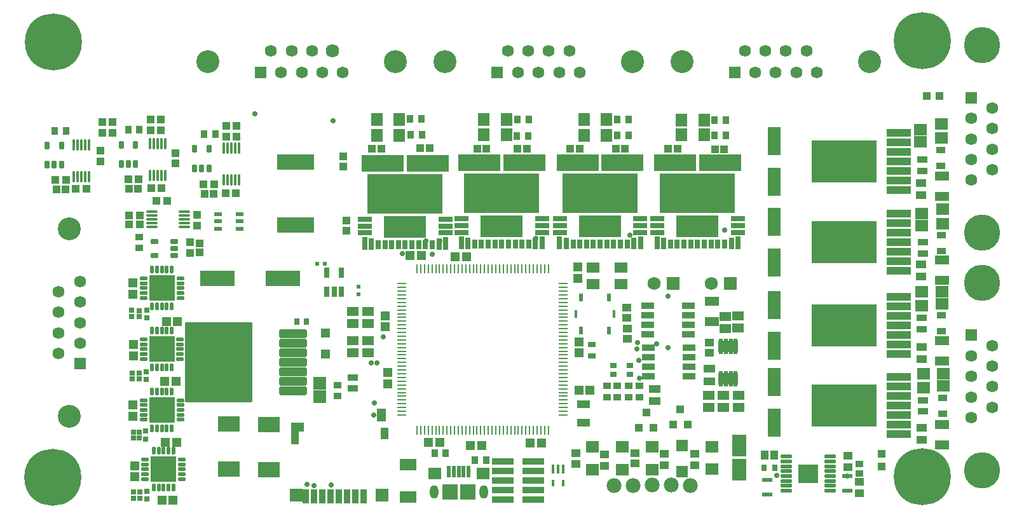
<source format=gts>
G04*
G04 #@! TF.GenerationSoftware,Altium Limited,Altium Designer,21.6.4 (81)*
G04*
G04 Layer_Color=8388736*
%FSLAX25Y25*%
%MOIN*%
G70*
G04*
G04 #@! TF.SameCoordinates,21ADAE42-517F-4329-814C-ACF1F8BA2FEA*
G04*
G04*
G04 #@! TF.FilePolarity,Negative*
G04*
G01*
G75*
G04:AMPARAMS|DCode=22|XSize=59.06mil|YSize=17.72mil|CornerRadius=1.95mil|HoleSize=0mil|Usage=FLASHONLY|Rotation=180.000|XOffset=0mil|YOffset=0mil|HoleType=Round|Shape=RoundedRectangle|*
%AMROUNDEDRECTD22*
21,1,0.05906,0.01382,0,0,180.0*
21,1,0.05516,0.01772,0,0,180.0*
1,1,0.00390,-0.02758,0.00691*
1,1,0.00390,0.02758,0.00691*
1,1,0.00390,0.02758,-0.00691*
1,1,0.00390,-0.02758,-0.00691*
%
%ADD22ROUNDEDRECTD22*%
%ADD23R,0.03937X0.04331*%
%ADD25R,0.05315X0.03740*%
%ADD26R,0.01968X0.01968*%
%ADD33R,0.07087X0.03937*%
%ADD34R,0.03937X0.02953*%
%ADD36R,0.01968X0.01968*%
%ADD41R,0.02559X0.03543*%
%ADD42R,0.05906X0.05906*%
%ADD48R,0.05339X0.02190*%
%ADD49R,0.02985X0.03197*%
%ADD50R,0.03543X0.02953*%
%ADD53R,0.11811X0.07874*%
%ADD56R,0.19685X0.08465*%
%ADD60R,0.04331X0.02362*%
%ADD81R,0.00900X0.04800*%
%ADD82R,0.04800X0.00900*%
%ADD90R,0.04331X0.03937*%
%ADD97R,0.01400X0.03200*%
%ADD98R,0.01400X0.05000*%
%ADD101R,0.04724X0.03543*%
%ADD107R,0.02362X0.03937*%
%ADD108R,0.01772X0.03937*%
%ADD112R,0.06706X0.06312*%
%ADD113R,0.05721X0.03950*%
%ADD114R,0.02769X0.02670*%
%ADD115R,0.06804X0.03359*%
%ADD116R,0.06115X0.04147*%
%ADD117R,0.03950X0.04343*%
%ADD118R,0.18123X0.08280*%
%ADD119R,0.04724X0.04724*%
%ADD120R,0.04343X0.03556*%
%ADD121R,0.04343X0.04737*%
%ADD122R,0.34422X0.21863*%
%ADD123R,0.12847X0.04304*%
%ADD124R,0.04737X0.03950*%
%ADD125R,0.05131X0.04343*%
%ADD126R,0.04343X0.03950*%
%ADD127R,0.03950X0.04343*%
%ADD128R,0.03556X0.04343*%
%ADD129R,0.07493X0.05131*%
%ADD130R,0.03162X0.05328*%
%ADD131R,0.05918X0.04737*%
G04:AMPARAMS|DCode=132|XSize=45.4mil|YSize=145.8mil|CornerRadius=6.06mil|HoleSize=0mil|Usage=FLASHONLY|Rotation=270.000|XOffset=0mil|YOffset=0mil|HoleType=Round|Shape=RoundedRectangle|*
%AMROUNDEDRECTD132*
21,1,0.04540,0.13368,0,0,270.0*
21,1,0.03329,0.14580,0,0,270.0*
1,1,0.01211,-0.06684,-0.01664*
1,1,0.01211,-0.06684,0.01664*
1,1,0.01211,0.06684,0.01664*
1,1,0.01211,0.06684,-0.01664*
%
%ADD132ROUNDEDRECTD132*%
G04:AMPARAMS|DCode=133|XSize=421.39mil|YSize=354.46mil|CornerRadius=5.73mil|HoleSize=0mil|Usage=FLASHONLY|Rotation=270.000|XOffset=0mil|YOffset=0mil|HoleType=Round|Shape=RoundedRectangle|*
%AMROUNDEDRECTD133*
21,1,0.42139,0.34299,0,0,270.0*
21,1,0.40992,0.35446,0,0,270.0*
1,1,0.01147,-0.17150,-0.20496*
1,1,0.01147,-0.17150,0.20496*
1,1,0.01147,0.17150,0.20496*
1,1,0.01147,0.17150,-0.20496*
%
%ADD133ROUNDEDRECTD133*%
%ADD134R,0.13595X0.13595*%
G04:AMPARAMS|DCode=135|XSize=39.89mil|YSize=20.6mil|CornerRadius=5.58mil|HoleSize=0mil|Usage=FLASHONLY|Rotation=0.000|XOffset=0mil|YOffset=0mil|HoleType=Round|Shape=RoundedRectangle|*
%AMROUNDEDRECTD135*
21,1,0.03989,0.00945,0,0,0.0*
21,1,0.02874,0.02060,0,0,0.0*
1,1,0.01115,0.01437,-0.00472*
1,1,0.01115,-0.01437,-0.00472*
1,1,0.01115,-0.01437,0.00472*
1,1,0.01115,0.01437,0.00472*
%
%ADD135ROUNDEDRECTD135*%
G04:AMPARAMS|DCode=136|XSize=39.89mil|YSize=20.6mil|CornerRadius=5.58mil|HoleSize=0mil|Usage=FLASHONLY|Rotation=90.000|XOffset=0mil|YOffset=0mil|HoleType=Round|Shape=RoundedRectangle|*
%AMROUNDEDRECTD136*
21,1,0.03989,0.00945,0,0,90.0*
21,1,0.02874,0.02060,0,0,90.0*
1,1,0.01115,0.00472,0.01437*
1,1,0.01115,0.00472,-0.01437*
1,1,0.01115,-0.00472,-0.01437*
1,1,0.01115,-0.00472,0.01437*
%
%ADD136ROUNDEDRECTD136*%
G04:AMPARAMS|DCode=137|XSize=59.84mil|YSize=12.99mil|CornerRadius=2.36mil|HoleSize=0mil|Usage=FLASHONLY|Rotation=270.000|XOffset=0mil|YOffset=0mil|HoleType=Round|Shape=RoundedRectangle|*
%AMROUNDEDRECTD137*
21,1,0.05984,0.00827,0,0,270.0*
21,1,0.05512,0.01299,0,0,270.0*
1,1,0.00472,-0.00413,-0.02756*
1,1,0.00472,-0.00413,0.02756*
1,1,0.00472,0.00413,0.02756*
1,1,0.00472,0.00413,-0.02756*
%
%ADD137ROUNDEDRECTD137*%
G04:AMPARAMS|DCode=138|XSize=29.65mil|YSize=39.5mil|CornerRadius=5.95mil|HoleSize=0mil|Usage=FLASHONLY|Rotation=180.000|XOffset=0mil|YOffset=0mil|HoleType=Round|Shape=RoundedRectangle|*
%AMROUNDEDRECTD138*
21,1,0.02965,0.02760,0,0,180.0*
21,1,0.01776,0.03950,0,0,180.0*
1,1,0.01190,-0.00888,0.01380*
1,1,0.01190,0.00888,0.01380*
1,1,0.01190,0.00888,-0.01380*
1,1,0.01190,-0.00888,-0.01380*
%
%ADD138ROUNDEDRECTD138*%
G04:AMPARAMS|DCode=139|XSize=59.84mil|YSize=12.99mil|CornerRadius=2.36mil|HoleSize=0mil|Usage=FLASHONLY|Rotation=0.000|XOffset=0mil|YOffset=0mil|HoleType=Round|Shape=RoundedRectangle|*
%AMROUNDEDRECTD139*
21,1,0.05984,0.00827,0,0,0.0*
21,1,0.05512,0.01299,0,0,0.0*
1,1,0.00472,0.02756,-0.00413*
1,1,0.00472,-0.02756,-0.00413*
1,1,0.00472,-0.02756,0.00413*
1,1,0.00472,0.02756,0.00413*
%
%ADD139ROUNDEDRECTD139*%
G04:AMPARAMS|DCode=140|XSize=29.65mil|YSize=39.5mil|CornerRadius=5.95mil|HoleSize=0mil|Usage=FLASHONLY|Rotation=270.000|XOffset=0mil|YOffset=0mil|HoleType=Round|Shape=RoundedRectangle|*
%AMROUNDEDRECTD140*
21,1,0.02965,0.02760,0,0,270.0*
21,1,0.01776,0.03950,0,0,270.0*
1,1,0.01190,-0.01380,-0.00888*
1,1,0.01190,-0.01380,0.00888*
1,1,0.01190,0.01380,0.00888*
1,1,0.01190,0.01380,-0.00888*
%
%ADD140ROUNDEDRECTD140*%
%ADD141R,0.02572X0.02572*%
%ADD142R,0.04737X0.04934*%
%ADD143R,0.04934X0.04737*%
%ADD144R,0.03557X0.07692*%
%ADD145R,0.03561X0.07702*%
%ADD146R,0.03558X0.07696*%
%ADD147R,0.03559X0.07698*%
%ADD148R,0.03560X0.07700*%
%ADD149R,0.03557X0.07692*%
%ADD150R,0.03559X0.07697*%
%ADD151R,0.03560X0.07700*%
%ADD152R,0.06709X0.06709*%
%ADD153R,0.06713X0.06713*%
%ADD154R,0.03952X0.06710*%
%ADD155R,0.03951X0.06314*%
%ADD156R,0.06706X0.04737*%
%ADD157R,0.04742X0.06713*%
%ADD158R,0.02572X0.06509*%
%ADD159R,0.02572X0.05918*%
%ADD160R,0.02572X0.05131*%
%ADD161R,0.22060X0.11233*%
%ADD162R,0.39383X0.20879*%
%ADD163R,0.07493X0.02769*%
%ADD164R,0.22453X0.08674*%
%ADD165R,0.09068X0.06312*%
%ADD166R,0.06902X0.06706*%
%ADD167R,0.07099X0.06312*%
%ADD168R,0.08280X0.08280*%
%ADD169R,0.02375X0.06115*%
%ADD170R,0.07493X0.11824*%
%ADD171R,0.07099X0.14580*%
%ADD172R,0.11784X0.03713*%
%ADD173R,0.04540X0.04147*%
%ADD174R,0.06902X0.06312*%
%ADD175R,0.06509X0.05918*%
%ADD176R,0.06312X0.06706*%
%ADD177R,0.04147X0.04343*%
%ADD178R,0.04540X0.03950*%
%ADD179R,0.04147X0.03556*%
%ADD180O,0.02572X0.08280*%
%ADD181R,0.06693X0.05315*%
%ADD182C,0.07800*%
%ADD183C,0.07060*%
%ADD184C,0.06260*%
%ADD185R,0.06260X0.06260*%
%ADD186C,0.12008*%
%ADD187C,0.29934*%
%ADD188R,0.06260X0.06260*%
%ADD189C,0.02769*%
%ADD190C,0.06265*%
%ADD191R,0.06265X0.06265*%
%ADD192C,0.18996*%
%ADD193O,0.04343X0.07099*%
%ADD194R,0.06902X0.06902*%
%ADD195C,0.06902*%
%ADD196C,0.02787*%
%ADD197C,0.02788*%
%ADD198C,0.05800*%
G36*
X390658Y-3147D02*
Y6145D01*
Y6184D01*
X390688Y6256D01*
X390743Y6312D01*
X390816Y6342D01*
X390855D01*
D01*
X400934D01*
X400973D01*
X401045Y6312D01*
X401101Y6256D01*
X401131Y6184D01*
Y6145D01*
D01*
Y-3147D01*
Y-3186D01*
X401101Y-3258D01*
X401045Y-3313D01*
X400973Y-3343D01*
X400934D01*
D01*
X390855D01*
X390816D01*
X390743Y-3313D01*
X390688Y-3258D01*
X390658Y-3186D01*
Y-3147D01*
D01*
D02*
G37*
D22*
X384477Y-7458D02*
D03*
Y-4899D02*
D03*
Y-2340D02*
D03*
Y220D02*
D03*
Y2779D02*
D03*
Y7897D02*
D03*
Y10456D02*
D03*
X407312Y7897D02*
D03*
Y2779D02*
D03*
Y220D02*
D03*
Y-2340D02*
D03*
Y-4899D02*
D03*
Y-7458D02*
D03*
X384477Y5338D02*
D03*
X407312D02*
D03*
Y10456D02*
D03*
D23*
X434500Y11846D02*
D03*
Y5153D02*
D03*
D25*
X156988Y46140D02*
D03*
Y52046D02*
D03*
X456131Y34176D02*
D03*
Y40082D02*
D03*
X456249Y116972D02*
D03*
Y122877D02*
D03*
X455737Y166105D02*
D03*
Y160200D02*
D03*
X455461Y83231D02*
D03*
Y77326D02*
D03*
D26*
X142469Y111500D02*
D03*
X138531D02*
D03*
D33*
X278138Y38035D02*
D03*
Y28192D02*
D03*
D34*
X282510Y63364D02*
D03*
Y69270D02*
D03*
D36*
X160000Y99468D02*
D03*
Y95531D02*
D03*
D41*
X378354Y4500D02*
D03*
X372646D02*
D03*
D42*
X329796Y16420D02*
D03*
Y2641D02*
D03*
D48*
X374398Y-1591D02*
D03*
Y-9269D02*
D03*
X416485Y-7536D02*
D03*
Y141D02*
D03*
D49*
X132755Y81142D02*
D03*
X127818D02*
D03*
D50*
X302391Y53625D02*
D03*
Y58350D02*
D03*
X293808Y53566D02*
D03*
Y58290D02*
D03*
D53*
X92011Y3804D02*
D03*
Y27426D02*
D03*
X113229Y3546D02*
D03*
Y27168D02*
D03*
D56*
X127000Y164937D02*
D03*
Y132063D02*
D03*
D60*
X86607Y137568D02*
D03*
Y133827D02*
D03*
Y130087D02*
D03*
X97631D02*
D03*
Y133827D02*
D03*
Y137568D02*
D03*
D81*
X190776Y24412D02*
D03*
X192745D02*
D03*
X194713D02*
D03*
X196682D02*
D03*
X198650D02*
D03*
X200619D02*
D03*
X202587D02*
D03*
X204556D02*
D03*
X206524D02*
D03*
X208493D02*
D03*
X210461D02*
D03*
X212430D02*
D03*
X214398D02*
D03*
X216367D02*
D03*
X218335D02*
D03*
X220304D02*
D03*
X222272D02*
D03*
X224241D02*
D03*
X226209D02*
D03*
X228178D02*
D03*
X230146D02*
D03*
X232115D02*
D03*
X234083D02*
D03*
X236052D02*
D03*
X238020D02*
D03*
X239989D02*
D03*
X241957D02*
D03*
X243926D02*
D03*
X245894D02*
D03*
X247863D02*
D03*
X249831D02*
D03*
X251800D02*
D03*
X253768D02*
D03*
X255737D02*
D03*
X257705D02*
D03*
X259674D02*
D03*
Y109012D02*
D03*
X257705D02*
D03*
X255737D02*
D03*
X253768D02*
D03*
X251800D02*
D03*
X249831D02*
D03*
X247863D02*
D03*
X245894D02*
D03*
X243926D02*
D03*
X241957D02*
D03*
X239989D02*
D03*
X238020D02*
D03*
X236052D02*
D03*
X234083D02*
D03*
X232115D02*
D03*
X230146D02*
D03*
X228178D02*
D03*
X226209D02*
D03*
X224241D02*
D03*
X222272D02*
D03*
X220304D02*
D03*
X218335D02*
D03*
X216367D02*
D03*
X214398D02*
D03*
X212430D02*
D03*
X210461D02*
D03*
X208493D02*
D03*
X206524D02*
D03*
X204556D02*
D03*
X202587D02*
D03*
X200619D02*
D03*
X198650D02*
D03*
X196682D02*
D03*
X194713D02*
D03*
X192745D02*
D03*
X190776D02*
D03*
D82*
X267525Y32264D02*
D03*
Y34232D02*
D03*
Y36201D02*
D03*
Y38169D02*
D03*
Y40138D02*
D03*
Y42106D02*
D03*
Y44075D02*
D03*
Y46043D02*
D03*
Y48012D02*
D03*
Y49980D02*
D03*
Y51949D02*
D03*
Y53917D02*
D03*
Y55886D02*
D03*
Y57854D02*
D03*
Y59823D02*
D03*
Y61791D02*
D03*
Y63760D02*
D03*
Y65728D02*
D03*
Y67697D02*
D03*
Y69665D02*
D03*
Y71634D02*
D03*
Y73602D02*
D03*
Y75571D02*
D03*
Y77539D02*
D03*
Y79508D02*
D03*
Y81476D02*
D03*
Y83445D02*
D03*
Y85413D02*
D03*
Y87382D02*
D03*
Y89350D02*
D03*
Y91319D02*
D03*
Y93287D02*
D03*
Y95256D02*
D03*
Y97224D02*
D03*
Y99193D02*
D03*
Y101161D02*
D03*
X182925D02*
D03*
Y99193D02*
D03*
Y97224D02*
D03*
Y95256D02*
D03*
Y93287D02*
D03*
Y91319D02*
D03*
Y89350D02*
D03*
Y87382D02*
D03*
Y85413D02*
D03*
Y83445D02*
D03*
Y81476D02*
D03*
Y79508D02*
D03*
Y77539D02*
D03*
Y75571D02*
D03*
Y73602D02*
D03*
Y71634D02*
D03*
Y69665D02*
D03*
Y67697D02*
D03*
Y65728D02*
D03*
Y63760D02*
D03*
Y61791D02*
D03*
Y59823D02*
D03*
Y57854D02*
D03*
Y55886D02*
D03*
Y53917D02*
D03*
Y51949D02*
D03*
Y49980D02*
D03*
Y48012D02*
D03*
Y46043D02*
D03*
Y44075D02*
D03*
Y42106D02*
D03*
Y40138D02*
D03*
Y38169D02*
D03*
Y36201D02*
D03*
Y34232D02*
D03*
Y32264D02*
D03*
D90*
X458153Y199500D02*
D03*
X464847D02*
D03*
D97*
X267371Y-3478D02*
D03*
X262253D02*
D03*
D98*
Y3922D02*
D03*
X264812D02*
D03*
X267371D02*
D03*
D101*
X465934Y118350D02*
D03*
Y126617D02*
D03*
X465304Y171342D02*
D03*
Y163074D02*
D03*
X465776Y76381D02*
D03*
Y84649D02*
D03*
X466367Y41263D02*
D03*
Y32995D02*
D03*
D107*
X291465Y76696D02*
D03*
X276898D02*
D03*
X291465Y94019D02*
D03*
X276898D02*
D03*
D108*
X294123Y85357D02*
D03*
X274241D02*
D03*
D112*
X282684Y15436D02*
D03*
Y3625D02*
D03*
X298388Y15436D02*
D03*
X345501Y3901D02*
D03*
X298388Y3625D02*
D03*
X314092Y15436D02*
D03*
Y3625D02*
D03*
X345501Y15712D02*
D03*
D113*
X455028Y111145D02*
D03*
Y104846D02*
D03*
Y147523D02*
D03*
Y153822D02*
D03*
X455540Y61676D02*
D03*
Y67975D02*
D03*
X455461Y19216D02*
D03*
Y25515D02*
D03*
D114*
X48950Y83385D02*
D03*
Y87420D02*
D03*
X48969Y-11812D02*
D03*
Y-7777D02*
D03*
X48694Y50865D02*
D03*
Y54900D02*
D03*
X48379Y19723D02*
D03*
Y23759D02*
D03*
D115*
X311823Y89500D02*
D03*
Y84500D02*
D03*
Y79500D02*
D03*
Y74500D02*
D03*
X333177D02*
D03*
Y79500D02*
D03*
Y84500D02*
D03*
Y89500D02*
D03*
X333354Y67500D02*
D03*
Y62500D02*
D03*
Y57500D02*
D03*
Y52500D02*
D03*
X312000D02*
D03*
Y57500D02*
D03*
Y62500D02*
D03*
Y67500D02*
D03*
D116*
X315500Y46000D02*
D03*
Y39504D02*
D03*
X344000Y56500D02*
D03*
Y50004D02*
D03*
D117*
X325146Y27286D02*
D03*
X332627D02*
D03*
X328887Y35160D02*
D03*
X311000Y33437D02*
D03*
X314740Y25563D02*
D03*
X307260D02*
D03*
D118*
X86248Y104072D02*
D03*
X120501D02*
D03*
D119*
X142725Y75271D02*
D03*
Y64247D02*
D03*
D120*
X149220Y42092D02*
D03*
Y47997D02*
D03*
X45210Y119847D02*
D03*
Y125752D02*
D03*
X307509Y41617D02*
D03*
Y47523D02*
D03*
X301879Y41696D02*
D03*
Y47602D02*
D03*
X295658Y41637D02*
D03*
Y47542D02*
D03*
X290383Y47503D02*
D03*
Y41598D02*
D03*
D121*
X373040Y11105D02*
D03*
X378158D02*
D03*
D122*
X414831Y37247D02*
D03*
Y122916D02*
D03*
Y79373D02*
D03*
Y165331D02*
D03*
D123*
X443591Y52247D02*
D03*
Y47247D02*
D03*
Y42247D02*
D03*
Y37247D02*
D03*
Y32247D02*
D03*
Y27247D02*
D03*
Y22247D02*
D03*
Y137916D02*
D03*
Y132916D02*
D03*
Y127916D02*
D03*
Y122916D02*
D03*
Y117916D02*
D03*
Y112916D02*
D03*
Y107916D02*
D03*
Y94373D02*
D03*
Y89373D02*
D03*
Y84373D02*
D03*
Y79373D02*
D03*
Y74373D02*
D03*
Y69373D02*
D03*
Y64373D02*
D03*
Y150331D02*
D03*
Y155331D02*
D03*
Y160331D02*
D03*
Y165331D02*
D03*
Y170331D02*
D03*
Y175331D02*
D03*
Y180331D02*
D03*
D124*
X289000Y5547D02*
D03*
Y11453D02*
D03*
X320500Y6047D02*
D03*
Y11953D02*
D03*
X336369Y11794D02*
D03*
Y5889D02*
D03*
X274280Y6460D02*
D03*
Y12365D02*
D03*
D125*
X416682Y10948D02*
D03*
Y5042D02*
D03*
X422705Y-2832D02*
D03*
Y-8737D02*
D03*
D126*
X76784Y117607D02*
D03*
Y122331D02*
D03*
X63954Y164211D02*
D03*
Y169723D02*
D03*
X75544Y137229D02*
D03*
Y131717D02*
D03*
X71824Y122839D02*
D03*
Y117327D02*
D03*
X24619Y165343D02*
D03*
Y170855D02*
D03*
X153768Y134373D02*
D03*
Y128861D02*
D03*
X96174Y183879D02*
D03*
Y178367D02*
D03*
X90899Y183824D02*
D03*
Y178313D02*
D03*
X152213Y162483D02*
D03*
Y167995D02*
D03*
X25800Y185822D02*
D03*
Y180310D02*
D03*
X30997Y185900D02*
D03*
Y180388D02*
D03*
X51213Y187216D02*
D03*
Y181705D02*
D03*
X56370Y187256D02*
D03*
Y181744D02*
D03*
D127*
X79403Y148281D02*
D03*
X84127D02*
D03*
X1765Y150551D02*
D03*
X6489D02*
D03*
X39757Y150875D02*
D03*
X44481D02*
D03*
X90387Y148675D02*
D03*
X95899D02*
D03*
X78812Y153360D02*
D03*
X84324D02*
D03*
X56902Y151347D02*
D03*
X51391D02*
D03*
X54147Y144674D02*
D03*
X59658D02*
D03*
X44796Y155914D02*
D03*
X39284D02*
D03*
X45446Y132327D02*
D03*
X39934D02*
D03*
X45446Y137052D02*
D03*
X39934D02*
D03*
X6686Y155670D02*
D03*
X1174D02*
D03*
X17395Y150827D02*
D03*
X11883D02*
D03*
D128*
X352745Y178901D02*
D03*
X346839D02*
D03*
X352705Y186814D02*
D03*
X346800D02*
D03*
X301761Y178940D02*
D03*
X295855D02*
D03*
X301721Y187405D02*
D03*
X295816D02*
D03*
X249044Y178704D02*
D03*
X243139D02*
D03*
X249457Y187286D02*
D03*
X243552D02*
D03*
X193296Y179176D02*
D03*
X187390D02*
D03*
X193178Y187523D02*
D03*
X187272D02*
D03*
X85111Y179516D02*
D03*
X79206D02*
D03*
X899Y181418D02*
D03*
X6804D02*
D03*
X39324Y181977D02*
D03*
X45229D02*
D03*
X221131Y8428D02*
D03*
X227036D02*
D03*
X199950Y12208D02*
D03*
X205855D02*
D03*
D129*
X465973Y113546D02*
D03*
Y102916D02*
D03*
X466131Y157601D02*
D03*
Y146972D02*
D03*
X466091Y71105D02*
D03*
Y60475D02*
D03*
X466209Y27365D02*
D03*
Y16735D02*
D03*
X345500Y81370D02*
D03*
Y92000D02*
D03*
D130*
X143572Y97090D02*
D03*
X147312D02*
D03*
X151052D02*
D03*
Y106932D02*
D03*
X143572D02*
D03*
D131*
X165000Y64850D02*
D03*
Y71150D02*
D03*
X157000Y64850D02*
D03*
Y71150D02*
D03*
Y80350D02*
D03*
Y86650D02*
D03*
X165000Y86650D02*
D03*
Y80350D02*
D03*
X343808Y42641D02*
D03*
Y36342D02*
D03*
X351446Y36224D02*
D03*
Y42523D02*
D03*
X359477Y36224D02*
D03*
Y42523D02*
D03*
X352509Y83940D02*
D03*
Y77641D02*
D03*
X359005Y84137D02*
D03*
Y77838D02*
D03*
D132*
X125906Y44943D02*
D03*
Y49943D02*
D03*
Y54943D02*
D03*
Y59943D02*
D03*
Y64943D02*
D03*
Y69943D02*
D03*
Y74943D02*
D03*
D133*
X86733Y59943D02*
D03*
D134*
X57906Y3827D02*
D03*
X57001Y34930D02*
D03*
X57040Y98788D02*
D03*
X56962Y66780D02*
D03*
D135*
X67552Y8946D02*
D03*
Y6386D02*
D03*
Y3827D02*
D03*
Y1268D02*
D03*
Y-1291D02*
D03*
X48261D02*
D03*
Y1268D02*
D03*
Y3827D02*
D03*
Y6386D02*
D03*
Y8946D02*
D03*
X47355Y40048D02*
D03*
Y37489D02*
D03*
Y34930D02*
D03*
Y32371D02*
D03*
Y29812D02*
D03*
X66647D02*
D03*
Y32371D02*
D03*
Y34930D02*
D03*
Y37489D02*
D03*
Y40048D02*
D03*
X47395Y103906D02*
D03*
Y101347D02*
D03*
Y98788D02*
D03*
Y96229D02*
D03*
Y93670D02*
D03*
X66686D02*
D03*
Y96229D02*
D03*
Y98788D02*
D03*
Y101347D02*
D03*
Y103906D02*
D03*
X66607Y71898D02*
D03*
Y69339D02*
D03*
Y66780D02*
D03*
Y64221D02*
D03*
Y61662D02*
D03*
X47316D02*
D03*
Y64221D02*
D03*
Y66780D02*
D03*
Y69339D02*
D03*
Y71898D02*
D03*
D136*
X52788Y13473D02*
D03*
X55347D02*
D03*
X57906D02*
D03*
X60466D02*
D03*
X63025D02*
D03*
Y-5818D02*
D03*
X60466D02*
D03*
X57906D02*
D03*
X55347D02*
D03*
X52788D02*
D03*
X51883Y25284D02*
D03*
X54442D02*
D03*
X57001D02*
D03*
X59560D02*
D03*
X62119D02*
D03*
Y44576D02*
D03*
X59560D02*
D03*
X57001D02*
D03*
X54442D02*
D03*
X51883D02*
D03*
X51922Y89142D02*
D03*
X54481D02*
D03*
X57040D02*
D03*
X59599D02*
D03*
X62158D02*
D03*
Y108434D02*
D03*
X59599D02*
D03*
X57040D02*
D03*
X54481D02*
D03*
X51922D02*
D03*
X51844Y76426D02*
D03*
X54403D02*
D03*
X56962D02*
D03*
X59521D02*
D03*
X62080D02*
D03*
Y57135D02*
D03*
X59521D02*
D03*
X56962D02*
D03*
X54403D02*
D03*
X51844D02*
D03*
D137*
X97316Y172415D02*
D03*
X95347D02*
D03*
X93379D02*
D03*
X91410D02*
D03*
X89442D02*
D03*
Y155486D02*
D03*
X91410D02*
D03*
X93379D02*
D03*
X95347D02*
D03*
X97316D02*
D03*
X58635Y174694D02*
D03*
X56666D02*
D03*
X54698D02*
D03*
X52729D02*
D03*
X50761D02*
D03*
Y157764D02*
D03*
X52729D02*
D03*
X54698D02*
D03*
X56666D02*
D03*
X58635D02*
D03*
X18713Y157107D02*
D03*
X16745D02*
D03*
X14776D02*
D03*
X12808D02*
D03*
X10840D02*
D03*
Y174036D02*
D03*
X12808D02*
D03*
X14776D02*
D03*
X16745D02*
D03*
X18713D02*
D03*
D138*
X74166Y171780D02*
D03*
X81647D02*
D03*
Y161741D02*
D03*
X77907D02*
D03*
X74166D02*
D03*
X35741Y173941D02*
D03*
X43221D02*
D03*
Y163901D02*
D03*
X39481D02*
D03*
X35741D02*
D03*
X-3137Y173544D02*
D03*
X4343D02*
D03*
Y163504D02*
D03*
X603D02*
D03*
X-3137D02*
D03*
D139*
X68674Y138863D02*
D03*
Y136894D02*
D03*
Y134926D02*
D03*
Y132957D02*
D03*
Y130989D02*
D03*
X51745D02*
D03*
Y132957D02*
D03*
Y134926D02*
D03*
Y136894D02*
D03*
Y138863D02*
D03*
D140*
X53261Y115910D02*
D03*
Y123390D02*
D03*
X63300D02*
D03*
Y119650D02*
D03*
Y115910D02*
D03*
D141*
X45111Y54418D02*
D03*
Y51268D02*
D03*
X41528Y51268D02*
D03*
Y54418D02*
D03*
X45072Y87036D02*
D03*
Y83886D02*
D03*
X41174Y83965D02*
D03*
Y87115D02*
D03*
X45151Y23355D02*
D03*
Y20205D02*
D03*
X41962Y20205D02*
D03*
Y23355D02*
D03*
Y-11330D02*
D03*
Y-8180D02*
D03*
X45544Y-8220D02*
D03*
Y-11369D02*
D03*
D142*
X42198Y69221D02*
D03*
Y63316D02*
D03*
X42828Y5717D02*
D03*
Y-188D02*
D03*
X41725Y101465D02*
D03*
Y95560D02*
D03*
X41686Y37489D02*
D03*
Y31583D02*
D03*
X173965Y78428D02*
D03*
Y84334D02*
D03*
X175304Y54452D02*
D03*
Y48546D02*
D03*
X275146Y103861D02*
D03*
Y109767D02*
D03*
X275934Y64846D02*
D03*
Y70751D02*
D03*
D143*
X59363Y81387D02*
D03*
X65269D02*
D03*
X58379Y49891D02*
D03*
X64284D02*
D03*
X58773Y18001D02*
D03*
X64678D02*
D03*
X62906Y-12413D02*
D03*
X57001D02*
D03*
X281524Y45239D02*
D03*
X275619D02*
D03*
X196800Y17877D02*
D03*
X202705D02*
D03*
X218729Y16184D02*
D03*
X224635D02*
D03*
X187047Y116000D02*
D03*
X192953D02*
D03*
X216682Y115239D02*
D03*
X210776D02*
D03*
X256052Y17523D02*
D03*
X250146D02*
D03*
D144*
X162843Y-10292D02*
D03*
D145*
X158512D02*
D03*
D146*
X154182D02*
D03*
D147*
X149851D02*
D03*
D148*
X145520D02*
D03*
D149*
X141190D02*
D03*
D150*
X136859D02*
D03*
D151*
X132528D02*
D03*
D152*
X127410Y-9800D02*
D03*
D153*
X172489D02*
D03*
D154*
X126721Y20121D02*
D03*
D155*
X173768Y22680D02*
D03*
D156*
X128119Y26027D02*
D03*
D157*
X172194Y32326D02*
D03*
D158*
X205855Y122326D02*
D03*
X163335D02*
D03*
X256485Y122542D02*
D03*
X213965D02*
D03*
X265540D02*
D03*
X308060D02*
D03*
X359162D02*
D03*
X316642D02*
D03*
D159*
X202312Y122031D02*
D03*
X166879D02*
D03*
X252942Y122247D02*
D03*
X217509D02*
D03*
X269083D02*
D03*
X304516D02*
D03*
X355619D02*
D03*
X320186D02*
D03*
D160*
X198768Y121637D02*
D03*
X195225D02*
D03*
X191682D02*
D03*
X188138D02*
D03*
X184595D02*
D03*
X181052D02*
D03*
X177509D02*
D03*
X173965D02*
D03*
X170422D02*
D03*
X249398Y121853D02*
D03*
X245855D02*
D03*
X242312D02*
D03*
X238768D02*
D03*
X235225D02*
D03*
X231682D02*
D03*
X228138D02*
D03*
X224595D02*
D03*
X221052D02*
D03*
X272627D02*
D03*
X276170D02*
D03*
X279713D02*
D03*
X283257D02*
D03*
X286800D02*
D03*
X290343D02*
D03*
X293886D02*
D03*
X297430D02*
D03*
X300973D02*
D03*
X352076D02*
D03*
X348532D02*
D03*
X344989D02*
D03*
X341446D02*
D03*
X337902D02*
D03*
X334359D02*
D03*
X330816D02*
D03*
X327272D02*
D03*
X323729D02*
D03*
D161*
X184595Y130987D02*
D03*
X235225Y131204D02*
D03*
X286800D02*
D03*
X337902D02*
D03*
D162*
X184595Y148409D02*
D03*
X235225Y148625D02*
D03*
X286800D02*
D03*
X337902D02*
D03*
D163*
X163532Y127838D02*
D03*
Y131381D02*
D03*
Y134924D02*
D03*
X205658D02*
D03*
Y131381D02*
D03*
Y127838D02*
D03*
X214162Y128054D02*
D03*
Y131597D02*
D03*
Y135141D02*
D03*
X256288D02*
D03*
Y131597D02*
D03*
Y128054D02*
D03*
X307863D02*
D03*
Y131597D02*
D03*
Y135141D02*
D03*
X265737D02*
D03*
Y131597D02*
D03*
Y128054D02*
D03*
X316839D02*
D03*
Y131597D02*
D03*
Y135141D02*
D03*
X358965D02*
D03*
Y131597D02*
D03*
Y128054D02*
D03*
D164*
X172784Y164353D02*
D03*
X196406D02*
D03*
X223414Y164570D02*
D03*
X247036D02*
D03*
X298611D02*
D03*
X274989D02*
D03*
X326091D02*
D03*
X349713D02*
D03*
D165*
X186012Y6420D02*
D03*
Y-10903D02*
D03*
D166*
X139634Y41941D02*
D03*
Y49027D02*
D03*
D167*
X225304Y1696D02*
D03*
X200107D02*
D03*
D168*
X217430Y-7950D02*
D03*
X207981D02*
D03*
D169*
X217824Y2582D02*
D03*
X215265D02*
D03*
X212705D02*
D03*
X210146D02*
D03*
X207587D02*
D03*
D170*
X359910Y16401D02*
D03*
Y3605D02*
D03*
D171*
X378020Y175971D02*
D03*
Y154711D02*
D03*
Y49609D02*
D03*
Y28350D02*
D03*
Y133556D02*
D03*
Y112296D02*
D03*
Y90013D02*
D03*
Y68753D02*
D03*
D172*
X235638Y-11985D02*
D03*
Y-6985D02*
D03*
Y-1985D02*
D03*
Y3015D02*
D03*
Y8015D02*
D03*
X251662D02*
D03*
Y3015D02*
D03*
Y-1985D02*
D03*
Y-6985D02*
D03*
Y-11985D02*
D03*
D173*
X301000Y72342D02*
D03*
Y77658D02*
D03*
X300934Y88665D02*
D03*
Y83350D02*
D03*
X343965Y64846D02*
D03*
Y70161D02*
D03*
D174*
X466446Y140121D02*
D03*
Y132641D02*
D03*
X465697Y177562D02*
D03*
Y185042D02*
D03*
X455383Y89609D02*
D03*
Y97090D02*
D03*
X456327Y46578D02*
D03*
Y54058D02*
D03*
D175*
X455432Y138034D02*
D03*
Y131735D02*
D03*
X454910Y181853D02*
D03*
Y175554D02*
D03*
X466209Y96853D02*
D03*
Y90554D02*
D03*
X466642Y53861D02*
D03*
Y47562D02*
D03*
D176*
X341406Y179137D02*
D03*
X329595D02*
D03*
X329556Y187090D02*
D03*
X341367D02*
D03*
X290186Y178940D02*
D03*
X278375D02*
D03*
X278414Y187168D02*
D03*
X290225D02*
D03*
X237666Y179097D02*
D03*
X225855D02*
D03*
X225855Y187365D02*
D03*
X237666D02*
D03*
X181446Y179058D02*
D03*
X169634D02*
D03*
X181446Y187326D02*
D03*
X169635D02*
D03*
D177*
X351682Y171696D02*
D03*
X346957D02*
D03*
X322587Y171932D02*
D03*
X327312D02*
D03*
X295186Y172050D02*
D03*
X299910D02*
D03*
X271249Y172011D02*
D03*
X275973D02*
D03*
X243572Y171775D02*
D03*
X248296D02*
D03*
X222489Y172031D02*
D03*
X227213D02*
D03*
X197312Y172129D02*
D03*
X192587D02*
D03*
X171997Y171932D02*
D03*
X167272D02*
D03*
D178*
X305157Y12188D02*
D03*
Y6873D02*
D03*
D179*
X422666Y6558D02*
D03*
Y1637D02*
D03*
D180*
X350245Y51381D02*
D03*
X352804D02*
D03*
X355363D02*
D03*
X357922D02*
D03*
X350245Y68310D02*
D03*
X352804D02*
D03*
X355363D02*
D03*
X357922D02*
D03*
D181*
X297784Y109728D02*
D03*
X283217D02*
D03*
X297784Y101066D02*
D03*
X283217D02*
D03*
D182*
X304000Y-4739D02*
D03*
X294000D02*
D03*
X314000Y-4500D02*
D03*
X324000Y-4291D02*
D03*
X334000Y-4606D02*
D03*
D183*
X146524Y223094D02*
D03*
D184*
X135737D02*
D03*
X124950D02*
D03*
X114162D02*
D03*
X151918Y211912D02*
D03*
X141131D02*
D03*
X130343D02*
D03*
X119556D02*
D03*
X13970Y69930D02*
D03*
Y80717D02*
D03*
Y91505D02*
D03*
Y102292D02*
D03*
X2788Y64536D02*
D03*
Y75323D02*
D03*
Y86111D02*
D03*
Y96898D02*
D03*
X395068Y223094D02*
D03*
X384280D02*
D03*
X373493D02*
D03*
X362705D02*
D03*
X400461Y211912D02*
D03*
X389674D02*
D03*
X378887D02*
D03*
X368099D02*
D03*
X243729D02*
D03*
X254516D02*
D03*
X265304D02*
D03*
X276091D02*
D03*
X238335Y223094D02*
D03*
X249123D02*
D03*
X259910D02*
D03*
X270698D02*
D03*
D185*
X108768Y211912D02*
D03*
X357312D02*
D03*
X232942D02*
D03*
D186*
X81170Y217503D02*
D03*
X179556D02*
D03*
X8379Y129930D02*
D03*
Y31544D02*
D03*
X329713Y217503D02*
D03*
X428099D02*
D03*
X303729D02*
D03*
X205343D02*
D03*
D187*
X-125Y-306D02*
D03*
X455816Y82D02*
D03*
X15Y228045D02*
D03*
X455816Y228428D02*
D03*
D188*
X13970Y59142D02*
D03*
D189*
X61844Y-109D02*
D03*
X57906D02*
D03*
X53969D02*
D03*
X61844Y3827D02*
D03*
X57906D02*
D03*
X61844Y7764D02*
D03*
X57906D02*
D03*
X53969D02*
D03*
Y3827D02*
D03*
X53064Y34930D02*
D03*
Y38867D02*
D03*
X57001D02*
D03*
X60938D02*
D03*
X57001Y34930D02*
D03*
X60938D02*
D03*
X53064Y30993D02*
D03*
X57001D02*
D03*
X60938D02*
D03*
X53103Y98788D02*
D03*
Y102725D02*
D03*
X57040D02*
D03*
X60977D02*
D03*
X57040Y98788D02*
D03*
X60977D02*
D03*
X53103Y94851D02*
D03*
X57040D02*
D03*
X60977D02*
D03*
X60899Y62843D02*
D03*
X56962D02*
D03*
X53025D02*
D03*
X60899Y66780D02*
D03*
X56962D02*
D03*
X60899Y70717D02*
D03*
X56962D02*
D03*
X53025D02*
D03*
Y66780D02*
D03*
D190*
X492597Y68710D02*
D03*
Y57910D02*
D03*
Y47110D02*
D03*
Y36310D02*
D03*
X481397Y63310D02*
D03*
Y52510D02*
D03*
Y41710D02*
D03*
Y30910D02*
D03*
Y155477D02*
D03*
Y166277D02*
D03*
Y177077D02*
D03*
Y187877D02*
D03*
X492597Y160877D02*
D03*
Y171677D02*
D03*
Y182477D02*
D03*
Y193277D02*
D03*
D191*
X481397Y74110D02*
D03*
Y198677D02*
D03*
D192*
X486997Y101710D02*
D03*
Y3310D02*
D03*
Y127877D02*
D03*
Y226277D02*
D03*
D193*
X199713Y-7950D02*
D03*
X225698D02*
D03*
D194*
X325186Y101263D02*
D03*
X355186D02*
D03*
D195*
X315186D02*
D03*
X345186D02*
D03*
D196*
X198920Y116457D02*
D03*
X416485Y239D02*
D03*
X173244Y73314D02*
D03*
X302377Y126434D02*
D03*
X253000Y125000D02*
D03*
X195500Y123500D02*
D03*
X183000Y117000D02*
D03*
X202725Y123526D02*
D03*
X352000Y129106D02*
D03*
X139634Y49815D02*
D03*
X379500Y500D02*
D03*
X307000Y61000D02*
D03*
X306345Y70255D02*
D03*
X306000Y67000D02*
D03*
X312000Y52500D02*
D03*
X322500Y67500D02*
D03*
X312000Y57500D02*
D03*
X307365Y51755D02*
D03*
X322500Y94500D02*
D03*
X316378Y69646D02*
D03*
X310329Y89500D02*
D03*
X333354Y52500D02*
D03*
X311823Y79500D02*
D03*
X121500Y50000D02*
D03*
X168500Y38500D02*
D03*
X169877Y59623D02*
D03*
X166809Y59572D02*
D03*
X168000Y32321D02*
D03*
D197*
X146777Y186565D02*
D03*
X105687Y190114D02*
D03*
X145717Y-4249D02*
D03*
X136760Y-4643D02*
D03*
X132981Y-4091D02*
D03*
X131000Y50000D02*
D03*
D198*
X113229Y27168D02*
D03*
X92011Y27426D02*
D03*
M02*

</source>
